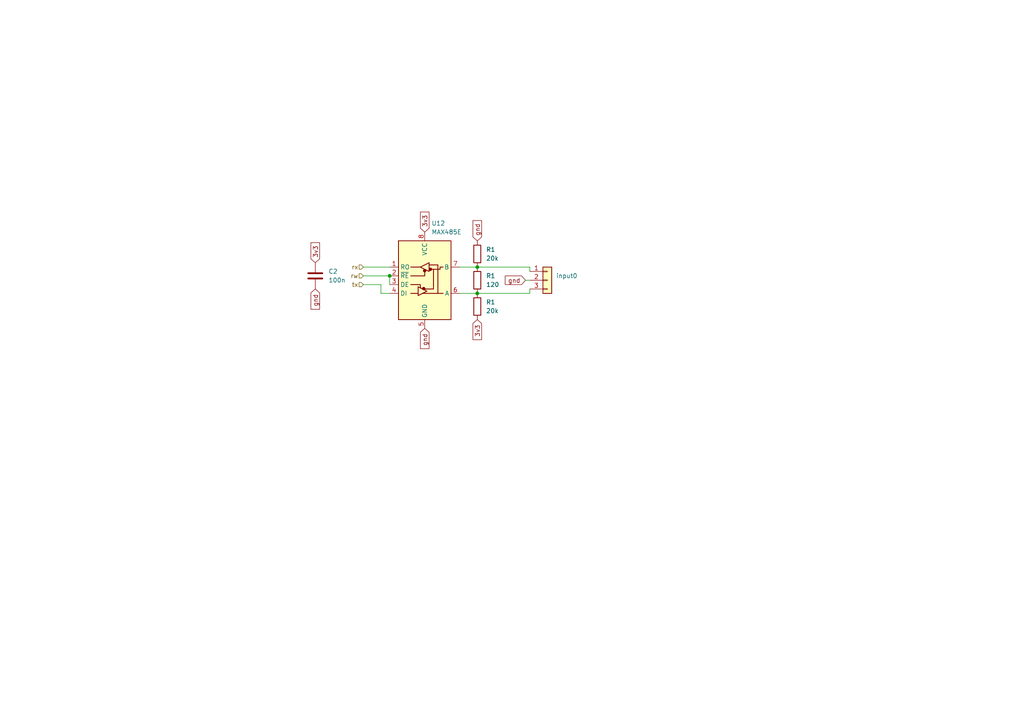
<source format=kicad_sch>
(kicad_sch (version 20230121) (generator eeschema)
  (paper "A4")
  (lib_symbols
    (symbol "Connector_Generic:Conn_01x03" (pin_names (offset 1.016) hide)
      (property "Reference" "J" (at 0 5.08 0))
      (property "Value" "Conn_01x03" (at 0 -5.08 0))
      (symbol "Conn_01x03_1_1"
        (rectangle (start -1.27 -2.413) (end 0 -2.667) (stroke (width 0.1524)))
        (rectangle (start -1.27 0.127) (end 0 -0.127) (stroke (width 0.1524)))
        (rectangle (start -1.27 2.667) (end 0 2.413) (stroke (width 0.1524)))
        (rectangle (start -1.27 3.81) (end 1.27 -3.81) (stroke (width 0.254)) (fill (type background)))
        (pin passive line (at -5.08 2.54 0) (length 3.81) (name "Pin_1") (number "1"))
        (pin passive line (at -5.08 0 0) (length 3.81) (name "Pin_2") (number "2"))
        (pin passive line (at -5.08 -2.54 0) (length 3.81) (name "Pin_3") (number "3"))
      )
    )
    (symbol "Device:C" (pin_numbers hide) (pin_names (offset 0.254))
      (property "Reference" "C" (at 0.635 2.54 0))
      (property "Value" "C" (at 0.635 -2.54 0))
      (symbol "C_0_1"
        (polyline (pts (xy -2.032 -0.762) (xy 2.032 -0.762)) (stroke (width 0.508)))
        (polyline (pts (xy -2.032 0.762) (xy 2.032 0.762)) (stroke (width 0.508)))
      )
      (symbol "C_1_1"
        (pin passive line (at 0 3.81 270) (length 2.794) (name "~") (number "1"))
        (pin passive line (at 0 -3.81 90) (length 2.794) (name "~") (number "2"))
      )
    )
    (symbol "Device:R" (pin_numbers hide) (pin_names (offset 0))
      (property "Reference" "R" (at 2.032 0 90))
      (property "Value" "R" (at 0 0 90))
      (symbol "R_0_1"
        (rectangle (start -1.016 -2.54) (end 1.016 2.54) (stroke (width 0.254)))
      )
      (symbol "R_1_1"
        (pin passive line (at 0 3.81 270) (length 1.27) (name "~") (number "1"))
        (pin passive line (at 0 -3.81 90) (length 1.27) (name "~") (number "2"))
      )
    )
    (symbol "Interface_UART:MAX485E"
      (property "Reference" "U" (at -6.096 11.43 0))
      (property "Value" "MAX485E" (at 0.762 11.43 0))
      (symbol "MAX485E_0_1"
        (rectangle (start -7.62 10.16) (end 7.62 -12.7) (stroke (width 0.254)) (fill (type background)))
        (circle (center -0.3048 -3.683) (radius 0.3556) (stroke (width 0.254)) (fill (type outline)))
        (circle (center -0.0254 1.4986) (radius 0.3556) (stroke (width 0.254)) (fill (type outline)))
        (polyline (pts (xy -4.064 -5.08) (xy -1.905 -5.08)) (stroke (width 0.254)))
        (polyline (pts (xy -4.064 2.54) (xy -1.27 2.54)) (stroke (width 0.254)))
        (polyline (pts (xy -1.27 -3.2004) (xy -1.27 -3.4544)) (stroke (width 0.254)))
        (polyline (pts (xy -0.635 -5.08) (xy 5.334 -5.08)) (stroke (width 0.254)))
        (polyline (pts (xy -4.064 -2.54) (xy -1.27 -2.54) (xy -1.27 -3.175)) (stroke (width 0.254)))
        (polyline (pts (xy 0 1.27) (xy 0 0) (xy -4.064 0)) (stroke (width 0.254)))
        (polyline (pts (xy 1.27 3.175) (xy 3.81 3.175) (xy 3.81 -5.08)) (stroke (width 0.254)))
        (polyline (pts (xy 2.54 1.905) (xy 2.54 -3.81) (xy 0 -3.81)) (stroke (width 0.254)))
        (polyline (pts (xy -1.905 -3.175) (xy -1.905 -5.715) (xy 0.635 -4.445) (xy -1.905 -3.175)) (stroke (width 0.254)))
        (polyline (pts (xy -1.27 2.54) (xy 1.27 3.81) (xy 1.27 1.27) (xy -1.27 2.54)) (stroke (width 0.254)))
        (polyline (pts (xy 1.905 1.905) (xy 4.445 1.905) (xy 4.445 2.54) (xy 5.334 2.54)) (stroke (width 0.254)))
        (rectangle (start 1.27 3.175) (end 1.27 3.175))
        (circle (center 1.651 1.905) (radius 0.3556) (stroke (width 0.254)) (fill (type outline)))
      )
      (symbol "MAX485E_1_1"
        (pin output line (at -10.16 2.54 0) (length 2.54) (name "RO") (number "1"))
        (pin input line (at -10.16 0 0) (length 2.54) (name "~{RE}") (number "2"))
        (pin input line (at -10.16 -2.54 0) (length 2.54) (name "DE") (number "3"))
        (pin input line (at -10.16 -5.08 0) (length 2.54) (name "DI") (number "4"))
        (pin power_in line (at 0 -15.24 90) (length 2.54) (name "GND") (number "5"))
        (pin bidirectional line (at 10.16 -5.08 180) (length 2.54) (name "A") (number "6"))
        (pin bidirectional line (at 10.16 2.54 180) (length 2.54) (name "B") (number "7"))
        (pin power_in line (at 0 12.7 270) (length 2.54) (name "VCC") (number "8"))
      )
    )
  )
  (junction (at 113.03 80.01))
  (junction (at 138.43 85.09))
  (junction (at 138.43 77.47))
  (wire (pts (xy 105.41 82.55) (xy 110.49 82.55)))
  (wire (pts (xy 113.03 80.01) (xy 113.03 82.55)))
  (wire (pts (xy 153.67 81.28) (xy 152.4 81.28)))
  (wire (pts (xy 105.41 77.47) (xy 113.03 77.47)))
  (wire (pts (xy 138.43 85.09) (xy 153.67 85.09)))
  (wire (pts (xy 153.67 77.47) (xy 153.67 78.74)))
  (wire (pts (xy 105.41 80.01) (xy 113.03 80.01)))
  (wire (pts (xy 133.35 85.09) (xy 138.43 85.09)))
  (wire (pts (xy 113.03 85.09) (xy 110.49 85.09)))
  (wire (pts (xy 133.35 77.47) (xy 138.43 77.47)))
  (wire (pts (xy 110.49 85.09) (xy 110.49 82.55)))
  (wire (pts (xy 153.67 83.82) (xy 153.67 85.09)))
  (wire (pts (xy 138.43 77.47) (xy 153.67 77.47)))
  (global_label "gnd" (shape input) (at 138.43 69.85 90) (property "Intersheetrefs" "${INTERSHEET_REFS}" (effects hide)))
  (global_label "gnd" (shape input) (at 123.19 95.25 270) (property "Intersheetrefs" "${INTERSHEET_REFS}" (effects hide)))
  (global_label "gnd" (shape input) (at 152.4 81.28 180) (property "Intersheetrefs" "${INTERSHEET_REFS}" (effects hide)))
  (global_label "3v3" (shape input) (at 123.19 67.31 90) (property "Intersheetrefs" "${INTERSHEET_REFS}" (effects hide)))
  (global_label "3v3" (shape input) (at 91.44 76.2 90) (property "Intersheetrefs" "${INTERSHEET_REFS}" (effects hide)))
  (global_label "gnd" (shape input) (at 91.44 83.82 270) (property "Intersheetrefs" "${INTERSHEET_REFS}" (effects hide)))
  (global_label "3v3" (shape input) (at 138.43 92.71 270) (property "Intersheetrefs" "${INTERSHEET_REFS}" (effects hide)))
  (hierarchical_label "rw" (shape input) (at 105.41 80.01 180))
  (hierarchical_label "tx" (shape input) (at 105.41 82.55 180))
  (hierarchical_label "rx" (shape input) (at 105.41 77.47 180))
  (symbol (lib_id "Device:R") (at 138.43 88.9 180) (unit 1)
    (property "Reference" "R1" (at 140.97 87.63 0) (effects (justify right)))
    (property "Value" "20k" (at 140.97 90.17 0) (effects (justify right)))
    (property "Footprint" "Resistor_SMD:R_1206_3216Metric" (effects hide))
    (instances (project "rio-octobot" (path "" (reference "R1") (unit 1)) (path "" (reference "R2") (unit 1)) (path "" (reference "R3") (unit 1)) (path "" (reference "R4") (unit 1)) (path "" (reference "R5") (unit 1)) (path "" (reference "R6") (unit 1)) (path "" (reference "R7") (unit 1)) (path "" (reference "R8") (unit 1)) (path "" (reference "R16") (unit 1)) (path "" (reference "R24") (unit 1)) (path "" (reference "R46") (unit 1))))
  )
  (symbol (lib_id "Device:C") (at 91.44 80.01 0) (unit 1)
    (property "Reference" "C2" (at 95.25 78.74 0) (effects (justify left)))
    (property "Value" "100n" (at 95.25 81.28 0) (effects (justify left)))
    (property "Footprint" "Capacitor_SMD:C_1206_3216Metric" (effects hide))
    (instances (project "rio-octobot" (path "" (reference "C2") (unit 1)) (path "" (reference "C3") (unit 1))))
  )
  (symbol (lib_id "Device:R") (at 138.43 73.66 180) (unit 1)
    (property "Reference" "R1" (at 140.97 72.39 0) (effects (justify right)))
    (property "Value" "20k" (at 140.97 74.93 0) (effects (justify right)))
    (property "Footprint" "Resistor_SMD:R_1206_3216Metric" (effects hide))
    (instances (project "rio-octobot" (path "" (reference "R1") (unit 1)) (path "" (reference "R2") (unit 1)) (path "" (reference "R3") (unit 1)) (path "" (reference "R4") (unit 1)) (path "" (reference "R5") (unit 1)) (path "" (reference "R6") (unit 1)) (path "" (reference "R7") (unit 1)) (path "" (reference "R8") (unit 1)) (path "" (reference "R16") (unit 1)) (path "" (reference "R24") (unit 1)) (path "" (reference "R44") (unit 1))))
  )
  (symbol (lib_id "Connector_Generic:Conn_01x03") (at 158.75 81.28 0) (unit 1)
    (property "Reference" "input0" (at 161.29 80.01 0) (effects (justify left)))
    (property "Value" "Conn_01x03" (effects hide))
    (property "Footprint" "Connector_JST:JST_XH_B3B-XH-A_1x03_P2.50mm_Vertical" (effects hide))
    (instances (project "rio-octobot" (path "" (reference "input0") (unit 1)) (path "" (reference "input1") (unit 1)) (path "" (reference "input2") (unit 1)) (path "" (reference "input3") (unit 1)) (path "" (reference "input4") (unit 1)) (path "" (reference "input5") (unit 1)) (path "" (reference "input6") (unit 1)) (path "" (reference "input7") (unit 1)) (path "" (reference "modbus1") (unit 1))))
  )
  (symbol (lib_id "Device:R") (at 138.43 81.28 180) (unit 1)
    (property "Reference" "R1" (at 140.97 80.01 0) (effects (justify right)))
    (property "Value" "120" (at 140.97 82.55 0) (effects (justify right)))
    (property "Footprint" "Resistor_SMD:R_1206_3216Metric" (effects hide))
    (instances (project "rio-octobot" (path "" (reference "R1") (unit 1)) (path "" (reference "R2") (unit 1)) (path "" (reference "R3") (unit 1)) (path "" (reference "R4") (unit 1)) (path "" (reference "R5") (unit 1)) (path "" (reference "R6") (unit 1)) (path "" (reference "R7") (unit 1)) (path "" (reference "R8") (unit 1)) (path "" (reference "R16") (unit 1)) (path "" (reference "R24") (unit 1)) (path "" (reference "R45") (unit 1))))
  )
  (symbol (lib_id "Interface_UART:MAX485E") (at 123.19 80.01 0) (unit 1)
    (property "Reference" "U12" (at 125.1459 64.77 0) (effects (justify left)))
    (property "Value" "MAX485E" (at 125.1459 67.31 0) (effects (justify left)))
    (property "Footprint" "Package_SO:Diodes_SO-8EP" (effects hide))
    (property "Datasheet" "https://datasheets.maximintegrated.com/en/ds/MAX1487E-MAX491E.pdf" (effects hide))
  )
)
</source>
